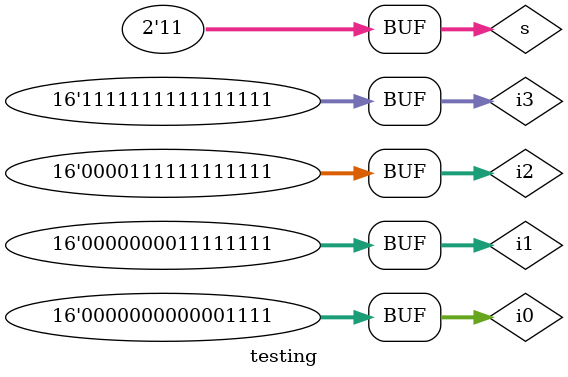
<source format=v>
module mux4x1(i0,i1,i2,i3,select,O); 
	input i0,i1,i2,i3;
	input [1:0] select;
	output O;
	wire w,x,y,z;
	and g1(w,i0,~select[1], ~select[0]),
		g2(x,i1,~select[1], select[0]),
		g3(y,i2,select[1], ~select[0]),
		g4(z,i3,select[1], select[0]);
	or	g5(O,w,x,y,z);
endmodule

module mux16Bit4x1(i0, i1, i2, i3, select, O);
	input [15:0] i0, i1, i2, i3;
	input [1:0] select;
	output [15:0] O;
	
	mux4x1 	mux0(i0[0], i1[0], i2[0], i3[0], select, O[0]),
			mux1(i0[1], i1[1], i2[1], i3[1], select, O[1]),
			mux2(i0[2], i1[2], i2[2], i3[2], select, O[2]),
			mux3(i0[3], i1[3], i2[3], i3[3], select, O[3]),
			mux4(i0[4], i1[4], i2[4], i3[4], select, O[4]),
			mux5(i0[5], i1[5], i2[5], i3[5], select, O[5]),
			mux6(i0[6], i1[6], i2[6], i3[6], select, O[6]),
			mux7(i0[7], i1[7], i2[7], i3[7], select, O[7]),
			mux8(i0[8], i1[8], i2[8], i3[8], select, O[8]),
			mux9(i0[9], i1[9], i2[9], i3[9], select, O[9]),
			mux10(i0[10], i1[10], i2[10], i3[10], select, O[10]),
			mux11(i0[11], i1[11], i2[11], i3[11], select, O[11]),
			mux12(i0[12], i1[12], i2[12], i3[12], select, O[12]),
			mux13(i0[13], i1[13], i2[13], i3[13], select, O[13]),
			mux14(i0[14], i1[14], i2[14], i3[14], select, O[14]),
			mux15(i0[15], i1[15], i2[15], i3[15], select, O[15]);
endmodule

module testing ();

 reg [15:0] i0, i1, i2, i3;
 reg [1:0] s;
 wire [15:0] O;

 mux16Bit4x1 mux(i0, i2, i3, i3, s, O);

 initial 
   begin  
	
     i0=16'b0000_0000_0000_1111; i1=16'b0000_0000_1111_1111; i2=16'b0000_1111_1111_1111; i3=16'b1111_1111_1111_1111; s=0;
	 #10 s=1;
	 #10 s=2;
	 #10 s=3;

   end 

 initial
   $monitor ("%b %b", s, O);
 
endmodule 
</source>
